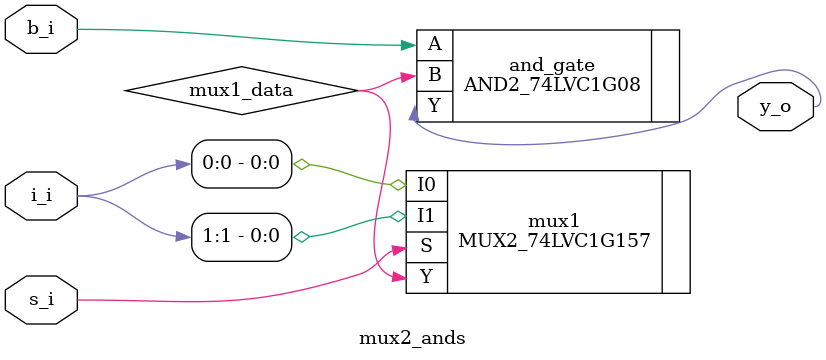
<source format=v>

module mux2_ands (
  input [1:0] i_i,
  input       s_i,
  input       b_i,
  output      y_o
);
  wire mux1_data;

  MUX2_74LVC1G157 mux1 (
    .I0 ( i_i[0]    ),
    .I1 ( i_i[1]    ),
    .S  ( s_i       ),
    .Y  ( mux1_data )
  );

  AND2_74LVC1G08 and_gate (
    .A ( b_i       ),
    .B ( mux1_data ),
    .Y ( y_o       )
  );

endmodule

</source>
